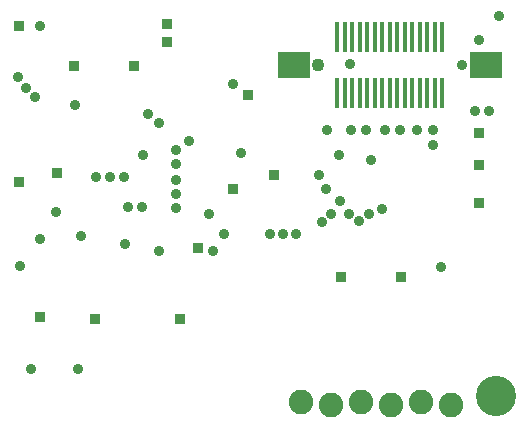
<source format=gbs>
G75*
%MOIN*%
%OFA0B0*%
%FSLAX24Y24*%
%IPPOS*%
%LPD*%
%AMOC8*
5,1,8,0,0,1.08239X$1,22.5*
%
%ADD10C,0.1340*%
%ADD11C,0.0820*%
%ADD12R,0.1064X0.0867*%
%ADD13R,0.0157X0.1004*%
%ADD14C,0.0434*%
%ADD15C,0.0356*%
%ADD16C,0.0360*%
%ADD17R,0.0360X0.0360*%
D10*
X017272Y002381D03*
D11*
X015788Y002092D03*
X014788Y002192D03*
X013788Y002092D03*
X012788Y002192D03*
X011788Y002092D03*
X010788Y002192D03*
D12*
X010525Y013404D03*
X016933Y013404D03*
D13*
X015479Y012479D03*
X015229Y012479D03*
X014979Y012479D03*
X014729Y012479D03*
X014479Y012479D03*
X014229Y012479D03*
X013979Y012479D03*
X013729Y012479D03*
X013479Y012479D03*
X013229Y012479D03*
X012979Y012479D03*
X012729Y012479D03*
X012479Y012479D03*
X012229Y012479D03*
X011979Y012479D03*
X011979Y014329D03*
X012229Y014329D03*
X012479Y014329D03*
X012729Y014329D03*
X012979Y014329D03*
X013229Y014329D03*
X013479Y014329D03*
X013729Y014329D03*
X013979Y014329D03*
X014229Y014329D03*
X014479Y014329D03*
X014729Y014329D03*
X014979Y014329D03*
X015229Y014329D03*
X015479Y014329D03*
D14*
X011328Y013404D03*
D15*
X016129Y013404D03*
D16*
X001772Y003286D03*
X003347Y003286D03*
X001418Y006711D03*
X002087Y007617D03*
X002599Y008522D03*
X003426Y007696D03*
X004922Y007459D03*
X006024Y007223D03*
X006615Y008640D03*
X006615Y009113D03*
X006615Y009585D03*
X006615Y010097D03*
X006615Y010570D03*
X007048Y010885D03*
X006024Y011475D03*
X005670Y011790D03*
X005512Y010412D03*
X004882Y009664D03*
X004410Y009664D03*
X003938Y009664D03*
X005001Y008680D03*
X005473Y008680D03*
X007717Y008444D03*
X008190Y007774D03*
X007835Y007223D03*
X009725Y007774D03*
X010158Y007774D03*
X010591Y007774D03*
X011473Y008164D03*
X011760Y008455D03*
X012075Y008865D03*
X012371Y008448D03*
X012717Y008203D03*
X013048Y008428D03*
X013465Y008601D03*
X011615Y009270D03*
X011379Y009743D03*
X012028Y010412D03*
X011646Y011239D03*
X012441Y011239D03*
X012934Y011239D03*
X013556Y011239D03*
X014087Y011239D03*
X014623Y011239D03*
X015182Y011239D03*
X015182Y010727D03*
X016587Y011892D03*
X017024Y011892D03*
X016693Y014231D03*
X017363Y015058D03*
X012402Y013444D03*
X008780Y010491D03*
X008504Y012774D03*
X013095Y010251D03*
X015434Y006672D03*
X003229Y012066D03*
X001890Y012341D03*
X001615Y012656D03*
X001339Y013010D03*
X002087Y014703D03*
D17*
X001379Y014703D03*
X003190Y013365D03*
X005197Y013365D03*
X006300Y014192D03*
X006300Y014782D03*
X009016Y012420D03*
X009882Y009743D03*
X008504Y009270D03*
X007323Y007302D03*
X006733Y004940D03*
X003898Y004940D03*
X002087Y005018D03*
X001379Y009507D03*
X002638Y009822D03*
X012107Y006341D03*
X014095Y006357D03*
X016693Y008798D03*
X016690Y010073D03*
X016705Y011136D03*
M02*

</source>
